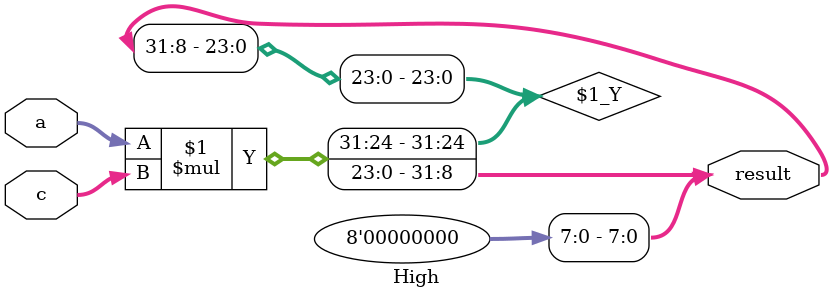
<source format=sv>
module High (
    input logic [14:0] a,
	 input logic [14:0] c,
	 output logic [31:0] result
);

assign result = (a*c)<<8;
    
endmodule

</source>
